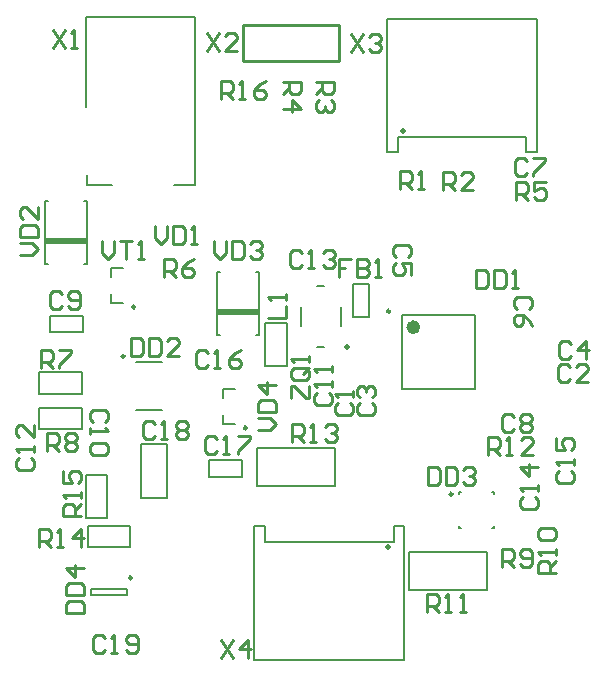
<source format=gto>
G04 Layer_Color=16777215*
%FSLAX43Y43*%
%MOMM*%
G71*
G01*
G75*
%ADD33C,0.600*%
%ADD35C,0.250*%
%ADD44C,0.500*%
%ADD45C,0.200*%
%ADD46C,0.254*%
%ADD47R,3.556X0.500*%
D33*
X34800Y28525D02*
G03*
X34800Y28525I-300J0D01*
G01*
D35*
X37825Y14400D02*
G03*
X37825Y14400I-125J0D01*
G01*
X32525Y29875D02*
G03*
X32525Y29875I-125J0D01*
G01*
X10675Y7300D02*
G03*
X10675Y7300I-125J0D01*
G01*
X20400Y20000D02*
G03*
X20400Y20000I-125J0D01*
G01*
X10050Y26050D02*
G03*
X10050Y26050I-125J0D01*
G01*
X10950Y30250D02*
G03*
X10950Y30250I-125J0D01*
G01*
D44*
X32375Y9875D02*
D03*
X28850Y26825D02*
D03*
X33625Y45150D02*
D03*
D45*
X38350Y11550D02*
X38525D01*
X38350D02*
Y11725D01*
X41175Y11550D02*
X41350D01*
Y11725D01*
Y14375D02*
Y14550D01*
X41175D02*
X41350D01*
X38350D02*
X38525D01*
X38350Y14375D02*
Y14550D01*
X34125Y9500D02*
X40725D01*
Y6300D02*
Y9500D01*
X34125Y6300D02*
X40725D01*
X34125D02*
Y9500D01*
X21300Y18300D02*
X27900D01*
Y15100D02*
Y18300D01*
X21300Y15100D02*
X27900D01*
X21300D02*
Y18300D01*
X33750Y375D02*
Y11675D01*
X21025Y375D02*
X33750D01*
X21025D02*
Y11675D01*
X32825D02*
X33750D01*
X32825Y10375D02*
Y11675D01*
X21925Y10375D02*
Y11675D01*
X21025D02*
X21925D01*
Y10375D02*
X32825D01*
X11450Y14075D02*
X13650D01*
X11450Y18675D02*
X13650D01*
X11450Y14075D02*
Y18675D01*
X13650Y14075D02*
Y18675D01*
X26350Y32025D02*
X26950D01*
X26350Y26825D02*
X26950D01*
X24950Y28625D02*
Y30225D01*
X28350Y28625D02*
Y30225D01*
X29375Y32200D02*
X30775D01*
X29375Y29400D02*
X30775D01*
Y32200D01*
X29375Y29400D02*
Y32200D01*
X33500Y23325D02*
Y29525D01*
X39700Y23325D02*
Y29525D01*
X33500D02*
X39700D01*
X33500Y23325D02*
X39700D01*
X14250Y40575D02*
X16050D01*
X6825Y47175D02*
Y54775D01*
X16050D01*
X6850Y40575D02*
X8950D01*
X6850D02*
Y41425D01*
X16050Y40575D02*
Y54775D01*
X32250Y43350D02*
Y54650D01*
X44975D01*
Y43350D02*
Y54650D01*
X32250Y43350D02*
X33175D01*
Y44650D01*
X44075Y43350D02*
Y44650D01*
Y43350D02*
X44975D01*
X33175Y44650D02*
X44075D01*
X7250Y5850D02*
X10250D01*
X7250Y6350D02*
X10250D01*
X7250Y5850D02*
Y6350D01*
X10250Y5850D02*
Y6350D01*
X6925Y11675D02*
X10525D01*
X6925Y9875D02*
X10525D01*
X6925D02*
Y11675D01*
X10525Y9875D02*
Y11675D01*
X8575Y12375D02*
Y15975D01*
X6775Y12375D02*
Y15975D01*
X8575D01*
X6775Y12375D02*
X8575D01*
X18375Y22500D02*
Y23300D01*
X19375D01*
X18375Y20300D02*
Y21100D01*
Y20300D02*
X19375D01*
X17225Y17250D02*
X20025D01*
X17225Y15850D02*
X20025D01*
X17225D02*
Y17250D01*
X20025Y15850D02*
Y17250D01*
X21975Y25250D02*
Y28850D01*
X23775Y25250D02*
Y28850D01*
X21975Y25250D02*
X23775D01*
X21975Y28850D02*
X23775D01*
X21149Y33217D02*
X21403D01*
Y27883D02*
Y33217D01*
X21149Y27883D02*
X21403D01*
X17847Y33217D02*
X18101D01*
X17847Y27883D02*
Y33217D01*
Y27883D02*
X18101D01*
X11025Y21550D02*
X13225D01*
X11025Y25550D02*
X13225D01*
X2825Y21700D02*
X6425D01*
X2825Y19900D02*
X6425D01*
X2825D02*
Y21700D01*
X6425Y19900D02*
Y21700D01*
X2825Y24700D02*
X6425D01*
X2825Y22900D02*
X6425D01*
X2825D02*
Y24700D01*
X6425Y22900D02*
Y24700D01*
X3725Y29500D02*
X6525D01*
X3725Y28100D02*
X6525D01*
X3725D02*
Y29500D01*
X6525Y28100D02*
Y29500D01*
X6649Y39217D02*
X6903D01*
Y33883D02*
Y39217D01*
X6649Y33883D02*
X6903D01*
X3347Y39217D02*
X3601D01*
X3347Y33883D02*
Y39217D01*
Y33883D02*
X3601D01*
X8925Y32750D02*
Y33550D01*
X9925D01*
X8925Y30550D02*
Y31350D01*
Y30550D02*
X9925D01*
D46*
X20061Y51101D02*
Y54149D01*
X28189Y51101D02*
Y54149D01*
X20061D02*
X28189D01*
X20061Y51101D02*
X28189D01*
X47791Y25120D02*
X47537Y25374D01*
X47029D01*
X46775Y25120D01*
Y24104D01*
X47029Y23850D01*
X47537D01*
X47791Y24104D01*
X49314Y23850D02*
X48299D01*
X49314Y24866D01*
Y25120D01*
X49060Y25374D01*
X48552D01*
X48299Y25120D01*
X47816Y27070D02*
X47562Y27324D01*
X47054D01*
X46800Y27070D01*
Y26054D01*
X47054Y25800D01*
X47562D01*
X47816Y26054D01*
X49085Y25800D02*
Y27324D01*
X48324Y26562D01*
X49339D01*
X46575Y7700D02*
X45051D01*
Y8462D01*
X45305Y8716D01*
X45813D01*
X46067Y8462D01*
Y7700D01*
Y8208D02*
X46575Y8716D01*
Y9224D02*
Y9731D01*
Y9477D01*
X45051D01*
X45305Y9224D01*
Y10493D02*
X45051Y10747D01*
Y11255D01*
X45305Y11509D01*
X46321D01*
X46575Y11255D01*
Y10747D01*
X46321Y10493D01*
X45305D01*
X46805Y16391D02*
X46551Y16137D01*
Y15629D01*
X46805Y15375D01*
X47821D01*
X48075Y15629D01*
Y16137D01*
X47821Y16391D01*
X48075Y16899D02*
Y17406D01*
Y17152D01*
X46551D01*
X46805Y16899D01*
X46551Y19184D02*
Y18168D01*
X47313D01*
X47059Y18676D01*
Y18930D01*
X47313Y19184D01*
X47821D01*
X48075Y18930D01*
Y18422D01*
X47821Y18168D01*
X43780Y14116D02*
X43526Y13862D01*
Y13354D01*
X43780Y13100D01*
X44796D01*
X45050Y13354D01*
Y13862D01*
X44796Y14116D01*
X45050Y14624D02*
Y15131D01*
Y14877D01*
X43526D01*
X43780Y14624D01*
X45050Y16655D02*
X43526D01*
X44288Y15893D01*
Y16909D01*
X42025Y8250D02*
Y9774D01*
X42787D01*
X43041Y9520D01*
Y9012D01*
X42787Y8758D01*
X42025D01*
X42533D02*
X43041Y8250D01*
X43549Y8504D02*
X43802Y8250D01*
X44310D01*
X44564Y8504D01*
Y9520D01*
X44310Y9774D01*
X43802D01*
X43549Y9520D01*
Y9266D01*
X43802Y9012D01*
X44564D01*
X40800Y17700D02*
Y19224D01*
X41562D01*
X41816Y18970D01*
Y18462D01*
X41562Y18208D01*
X40800D01*
X41308D02*
X41816Y17700D01*
X42324D02*
X42831D01*
X42577D01*
Y19224D01*
X42324Y18970D01*
X44609Y17700D02*
X43593D01*
X44609Y18716D01*
Y18970D01*
X44355Y19224D01*
X43847D01*
X43593Y18970D01*
X35700Y16649D02*
Y15125D01*
X36462D01*
X36716Y15379D01*
Y16395D01*
X36462Y16649D01*
X35700D01*
X37224D02*
Y15125D01*
X37985D01*
X38239Y15379D01*
Y16395D01*
X37985Y16649D01*
X37224D01*
X38747Y16395D02*
X39001Y16649D01*
X39509D01*
X39763Y16395D01*
Y16141D01*
X39509Y15887D01*
X39255D01*
X39509D01*
X39763Y15633D01*
Y15379D01*
X39509Y15125D01*
X39001D01*
X38747Y15379D01*
X35650Y4375D02*
Y5899D01*
X36412D01*
X36666Y5645D01*
Y5137D01*
X36412Y4883D01*
X35650D01*
X36158D02*
X36666Y4375D01*
X37174D02*
X37681D01*
X37427D01*
Y5899D01*
X37174Y5645D01*
X38443Y4375D02*
X38951D01*
X38697D01*
Y5899D01*
X38443Y5645D01*
X24250Y18775D02*
Y20299D01*
X25012D01*
X25266Y20045D01*
Y19537D01*
X25012Y19283D01*
X24250D01*
X24758D02*
X25266Y18775D01*
X25774D02*
X26281D01*
X26027D01*
Y20299D01*
X25774Y20045D01*
X27043D02*
X27297Y20299D01*
X27805D01*
X28059Y20045D01*
Y19791D01*
X27805Y19537D01*
X27551D01*
X27805D01*
X28059Y19283D01*
Y19029D01*
X27805Y18775D01*
X27297D01*
X27043Y19029D01*
X18175Y2074D02*
X19191Y550D01*
Y2074D02*
X18175Y550D01*
X20460D02*
Y2074D01*
X19699Y1312D01*
X20714D01*
X12641Y20370D02*
X12387Y20624D01*
X11879D01*
X11625Y20370D01*
Y19354D01*
X11879Y19100D01*
X12387D01*
X12641Y19354D01*
X13149Y19100D02*
X13656D01*
X13402D01*
Y20624D01*
X13149Y20370D01*
X14418D02*
X14672Y20624D01*
X15180D01*
X15434Y20370D01*
Y20116D01*
X15180Y19862D01*
X15434Y19608D01*
Y19354D01*
X15180Y19100D01*
X14672D01*
X14418Y19354D01*
Y19608D01*
X14672Y19862D01*
X14418Y20116D01*
Y20370D01*
X14672Y19862D02*
X15180D01*
X25091Y34795D02*
X24837Y35049D01*
X24329D01*
X24075Y34795D01*
Y33779D01*
X24329Y33525D01*
X24837D01*
X25091Y33779D01*
X25599Y33525D02*
X26106D01*
X25852D01*
Y35049D01*
X25599Y34795D01*
X26868D02*
X27122Y35049D01*
X27630D01*
X27884Y34795D01*
Y34541D01*
X27630Y34287D01*
X27376D01*
X27630D01*
X27884Y34033D01*
Y33779D01*
X27630Y33525D01*
X27122D01*
X26868Y33779D01*
X26305Y22991D02*
X26051Y22737D01*
Y22229D01*
X26305Y21975D01*
X27321D01*
X27575Y22229D01*
Y22737D01*
X27321Y22991D01*
X27575Y23499D02*
Y24006D01*
Y23752D01*
X26051D01*
X26305Y23499D01*
X27575Y24768D02*
Y25276D01*
Y25022D01*
X26051D01*
X26305Y24768D01*
X24151Y22525D02*
Y23541D01*
X24405D01*
X25421Y22525D01*
X25675D01*
Y23541D01*
X25421Y25064D02*
X24405D01*
X24151Y24810D01*
Y24302D01*
X24405Y24049D01*
X25421D01*
X25675Y24302D01*
Y24810D01*
X25167Y24556D02*
X25675Y25064D01*
Y24810D02*
X25421Y25064D01*
X25675Y25572D02*
Y26080D01*
Y25826D01*
X24151D01*
X24405Y25572D01*
X29980Y22066D02*
X29726Y21812D01*
Y21304D01*
X29980Y21050D01*
X30996D01*
X31250Y21304D01*
Y21812D01*
X30996Y22066D01*
X29980Y22574D02*
X29726Y22827D01*
Y23335D01*
X29980Y23589D01*
X30234D01*
X30488Y23335D01*
Y23081D01*
Y23335D01*
X30742Y23589D01*
X30996D01*
X31250Y23335D01*
Y22827D01*
X30996Y22574D01*
X28105Y22141D02*
X27851Y21887D01*
Y21379D01*
X28105Y21125D01*
X29121D01*
X29375Y21379D01*
Y21887D01*
X29121Y22141D01*
X29375Y22649D02*
Y23156D01*
Y22902D01*
X27851D01*
X28105Y22649D01*
X29241Y34274D02*
X28225D01*
Y33512D01*
X28733D01*
X28225D01*
Y32750D01*
X29749Y34274D02*
Y32750D01*
X30510D01*
X30764Y33004D01*
Y33258D01*
X30510Y33512D01*
X29749D01*
X30510D01*
X30764Y33766D01*
Y34020D01*
X30510Y34274D01*
X29749D01*
X31272Y32750D02*
X31780D01*
X31526D01*
Y34274D01*
X31272Y34020D01*
X34020Y34459D02*
X34274Y34713D01*
Y35221D01*
X34020Y35475D01*
X33004D01*
X32750Y35221D01*
Y34713D01*
X33004Y34459D01*
X34274Y32936D02*
Y33951D01*
X33512D01*
X33766Y33444D01*
Y33190D01*
X33512Y32936D01*
X33004D01*
X32750Y33190D01*
Y33698D01*
X33004Y33951D01*
X39775Y33374D02*
Y31850D01*
X40537D01*
X40791Y32104D01*
Y33120D01*
X40537Y33374D01*
X39775D01*
X41299D02*
Y31850D01*
X42060D01*
X42314Y32104D01*
Y33120D01*
X42060Y33374D01*
X41299D01*
X42822Y31850D02*
X43330D01*
X43076D01*
Y33374D01*
X42822Y33120D01*
X44295Y30109D02*
X44549Y30363D01*
Y30871D01*
X44295Y31125D01*
X43279D01*
X43025Y30871D01*
Y30363D01*
X43279Y30109D01*
X44549Y28586D02*
X44295Y29094D01*
X43787Y29601D01*
X43279D01*
X43025Y29348D01*
Y28840D01*
X43279Y28586D01*
X43533D01*
X43787Y28840D01*
Y29601D01*
X43041Y20945D02*
X42787Y21199D01*
X42279D01*
X42025Y20945D01*
Y19929D01*
X42279Y19675D01*
X42787D01*
X43041Y19929D01*
X43549Y20945D02*
X43802Y21199D01*
X44310D01*
X44564Y20945D01*
Y20691D01*
X44310Y20437D01*
X44564Y20183D01*
Y19929D01*
X44310Y19675D01*
X43802D01*
X43549Y19929D01*
Y20183D01*
X43802Y20437D01*
X43549Y20691D01*
Y20945D01*
X43802Y20437D02*
X44310D01*
X43175Y39300D02*
Y40824D01*
X43937D01*
X44191Y40570D01*
Y40062D01*
X43937Y39808D01*
X43175D01*
X43683D02*
X44191Y39300D01*
X45714Y40824D02*
X44699D01*
Y40062D01*
X45206Y40316D01*
X45460D01*
X45714Y40062D01*
Y39554D01*
X45460Y39300D01*
X44952D01*
X44699Y39554D01*
X44141Y42620D02*
X43887Y42874D01*
X43379D01*
X43125Y42620D01*
Y41604D01*
X43379Y41350D01*
X43887D01*
X44141Y41604D01*
X44649Y42874D02*
X45664D01*
Y42620D01*
X44649Y41604D01*
Y41350D01*
X33375Y40200D02*
Y41724D01*
X34137D01*
X34391Y41470D01*
Y40962D01*
X34137Y40708D01*
X33375D01*
X33883D02*
X34391Y40200D01*
X34899D02*
X35406D01*
X35152D01*
Y41724D01*
X34899Y41470D01*
X37050Y40150D02*
Y41674D01*
X37812D01*
X38066Y41420D01*
Y40912D01*
X37812Y40658D01*
X37050D01*
X37558D02*
X38066Y40150D01*
X39589D02*
X38574D01*
X39589Y41166D01*
Y41420D01*
X39335Y41674D01*
X38827D01*
X38574Y41420D01*
X18200Y47825D02*
Y49349D01*
X18962D01*
X19216Y49095D01*
Y48587D01*
X18962Y48333D01*
X18200D01*
X18708D02*
X19216Y47825D01*
X19724D02*
X20231D01*
X19977D01*
Y49349D01*
X19724Y49095D01*
X22009Y49349D02*
X21501Y49095D01*
X20993Y48587D01*
Y48079D01*
X21247Y47825D01*
X21755D01*
X22009Y48079D01*
Y48333D01*
X21755Y48587D01*
X20993D01*
X23450Y49300D02*
X24974D01*
Y48538D01*
X24720Y48284D01*
X24212D01*
X23958Y48538D01*
Y49300D01*
Y48792D02*
X23450Y48284D01*
Y47015D02*
X24974D01*
X24212Y47777D01*
Y46761D01*
X26225Y49325D02*
X27749D01*
Y48563D01*
X27495Y48309D01*
X26987D01*
X26733Y48563D01*
Y49325D01*
Y48817D02*
X26225Y48309D01*
X27495Y47801D02*
X27749Y47548D01*
Y47040D01*
X27495Y46786D01*
X27241D01*
X26987Y47040D01*
Y47294D01*
Y47040D01*
X26733Y46786D01*
X26479D01*
X26225Y47040D01*
Y47548D01*
X26479Y47801D01*
X17025Y53399D02*
X18041Y51875D01*
Y53399D02*
X17025Y51875D01*
X19564D02*
X18549D01*
X19564Y52891D01*
Y53145D01*
X19310Y53399D01*
X18802D01*
X18549Y53145D01*
X4000Y53649D02*
X5016Y52125D01*
Y53649D02*
X4000Y52125D01*
X5524D02*
X6031D01*
X5777D01*
Y53649D01*
X5524Y53395D01*
X29250Y53374D02*
X30266Y51850D01*
Y53374D02*
X29250Y51850D01*
X30774Y53120D02*
X31027Y53374D01*
X31535D01*
X31789Y53120D01*
Y52866D01*
X31535Y52612D01*
X31281D01*
X31535D01*
X31789Y52358D01*
Y52104D01*
X31535Y51850D01*
X31027D01*
X30774Y52104D01*
X8391Y2195D02*
X8137Y2449D01*
X7629D01*
X7375Y2195D01*
Y1179D01*
X7629Y925D01*
X8137D01*
X8391Y1179D01*
X8899Y925D02*
X9406D01*
X9152D01*
Y2449D01*
X8899Y2195D01*
X10168Y1179D02*
X10422Y925D01*
X10930D01*
X11184Y1179D01*
Y2195D01*
X10930Y2449D01*
X10422D01*
X10168Y2195D01*
Y1941D01*
X10422Y1687D01*
X11184D01*
X5126Y4325D02*
X6650D01*
Y5087D01*
X6396Y5341D01*
X5380D01*
X5126Y5087D01*
Y4325D01*
Y5849D02*
X6650D01*
Y6610D01*
X6396Y6864D01*
X5380D01*
X5126Y6610D01*
Y5849D01*
X6650Y8134D02*
X5126D01*
X5888Y7372D01*
Y8388D01*
X2775Y9925D02*
Y11449D01*
X3537D01*
X3791Y11195D01*
Y10687D01*
X3537Y10433D01*
X2775D01*
X3283D02*
X3791Y9925D01*
X4299D02*
X4806D01*
X4552D01*
Y11449D01*
X4299Y11195D01*
X6330Y9925D02*
Y11449D01*
X5568Y10687D01*
X6584D01*
X6400Y12575D02*
X4876D01*
Y13337D01*
X5130Y13591D01*
X5638D01*
X5892Y13337D01*
Y12575D01*
Y13083D02*
X6400Y13591D01*
Y14099D02*
Y14606D01*
Y14352D01*
X4876D01*
X5130Y14099D01*
X4876Y16384D02*
Y15368D01*
X5638D01*
X5384Y15876D01*
Y16130D01*
X5638Y16384D01*
X6146D01*
X6400Y16130D01*
Y15622D01*
X6146Y15368D01*
X21326Y19850D02*
X22342D01*
X22850Y20358D01*
X22342Y20866D01*
X21326D01*
Y21374D02*
X22850D01*
Y22135D01*
X22596Y22389D01*
X21580D01*
X21326Y22135D01*
Y21374D01*
X22850Y23659D02*
X21326D01*
X22088Y22897D01*
Y23913D01*
X17891Y19070D02*
X17637Y19323D01*
X17129D01*
X16875Y19070D01*
Y18054D01*
X17129Y17800D01*
X17637D01*
X17891Y18054D01*
X18399Y17800D02*
X18906D01*
X18652D01*
Y19323D01*
X18399Y19070D01*
X19668Y19323D02*
X20684D01*
Y19070D01*
X19668Y18054D01*
Y17800D01*
X17141Y26320D02*
X16887Y26573D01*
X16379D01*
X16125Y26320D01*
Y25304D01*
X16379Y25050D01*
X16887D01*
X17141Y25304D01*
X17649Y25050D02*
X18156D01*
X17902D01*
Y26573D01*
X17649Y26320D01*
X19934Y26573D02*
X19426Y26320D01*
X18918Y25812D01*
Y25304D01*
X19172Y25050D01*
X19680D01*
X19934Y25304D01*
Y25558D01*
X19680Y25812D01*
X18918D01*
X22176Y29275D02*
X23700D01*
Y30291D01*
Y30799D02*
Y31306D01*
Y31052D01*
X22176D01*
X22430Y30799D01*
X17625Y35824D02*
Y34808D01*
X18133Y34300D01*
X18641Y34808D01*
Y35824D01*
X19149D02*
Y34300D01*
X19910D01*
X20164Y34554D01*
Y35570D01*
X19910Y35824D01*
X19149D01*
X20672Y35570D02*
X20926Y35824D01*
X21434D01*
X21688Y35570D01*
Y35316D01*
X21434Y35062D01*
X21180D01*
X21434D01*
X21688Y34808D01*
Y34554D01*
X21434Y34300D01*
X20926D01*
X20672Y34554D01*
X10625Y27573D02*
Y26050D01*
X11387D01*
X11641Y26304D01*
Y27320D01*
X11387Y27573D01*
X10625D01*
X12149D02*
Y26050D01*
X12910D01*
X13164Y26304D01*
Y27320D01*
X12910Y27573D01*
X12149D01*
X14688Y26050D02*
X13672D01*
X14688Y27066D01*
Y27320D01*
X14434Y27573D01*
X13926D01*
X13672Y27320D01*
X1105Y17416D02*
X851Y17162D01*
Y16654D01*
X1105Y16400D01*
X2121D01*
X2375Y16654D01*
Y17162D01*
X2121Y17416D01*
X2375Y17924D02*
Y18431D01*
Y18177D01*
X851D01*
X1105Y17924D01*
X2375Y20209D02*
Y19193D01*
X1359Y20209D01*
X1105D01*
X851Y19955D01*
Y19447D01*
X1105Y19193D01*
X3450Y18050D02*
Y19573D01*
X4212D01*
X4466Y19320D01*
Y18812D01*
X4212Y18558D01*
X3450D01*
X3958D02*
X4466Y18050D01*
X4974Y19320D02*
X5227Y19573D01*
X5735D01*
X5989Y19320D01*
Y19066D01*
X5735Y18812D01*
X5989Y18558D01*
Y18304D01*
X5735Y18050D01*
X5227D01*
X4974Y18304D01*
Y18558D01*
X5227Y18812D01*
X4974Y19066D01*
Y19320D01*
X5227Y18812D02*
X5735D01*
X8395Y20534D02*
X8649Y20788D01*
Y21296D01*
X8395Y21550D01*
X7379D01*
X7125Y21296D01*
Y20788D01*
X7379Y20534D01*
X7125Y20026D02*
Y19519D01*
Y19773D01*
X8649D01*
X8395Y20026D01*
Y18757D02*
X8649Y18503D01*
Y17995D01*
X8395Y17741D01*
X7379D01*
X7125Y17995D01*
Y18503D01*
X7379Y18757D01*
X8395D01*
X2950Y25100D02*
Y26624D01*
X3712D01*
X3966Y26370D01*
Y25862D01*
X3712Y25608D01*
X2950D01*
X3458D02*
X3966Y25100D01*
X4474Y26624D02*
X5489D01*
Y26370D01*
X4474Y25354D01*
Y25100D01*
X4716Y31295D02*
X4462Y31549D01*
X3954D01*
X3700Y31295D01*
Y30279D01*
X3954Y30025D01*
X4462D01*
X4716Y30279D01*
X5224D02*
X5477Y30025D01*
X5985D01*
X6239Y30279D01*
Y31295D01*
X5985Y31549D01*
X5477D01*
X5224Y31295D01*
Y31041D01*
X5477Y30787D01*
X6239D01*
X1176Y34600D02*
X2192D01*
X2700Y35108D01*
X2192Y35616D01*
X1176D01*
Y36124D02*
X2700D01*
Y36885D01*
X2446Y37139D01*
X1430D01*
X1176Y36885D01*
Y36124D01*
X2700Y38663D02*
Y37647D01*
X1684Y38663D01*
X1430D01*
X1176Y38409D01*
Y37901D01*
X1430Y37647D01*
X13375Y32800D02*
Y34324D01*
X14137D01*
X14391Y34070D01*
Y33562D01*
X14137Y33308D01*
X13375D01*
X13883D02*
X14391Y32800D01*
X15914Y34324D02*
X15406Y34070D01*
X14899Y33562D01*
Y33054D01*
X15152Y32800D01*
X15660D01*
X15914Y33054D01*
Y33308D01*
X15660Y33562D01*
X14899D01*
X8125Y35824D02*
Y34808D01*
X8633Y34300D01*
X9141Y34808D01*
Y35824D01*
X9649D02*
X10664D01*
X10156D01*
Y34300D01*
X11172D02*
X11680D01*
X11426D01*
Y35824D01*
X11172Y35570D01*
X12625Y37074D02*
Y36058D01*
X13133Y35550D01*
X13641Y36058D01*
Y37074D01*
X14149D02*
Y35550D01*
X14910D01*
X15164Y35804D01*
Y36820D01*
X14910Y37074D01*
X14149D01*
X15672Y35550D02*
X16180D01*
X15926D01*
Y37074D01*
X15672Y36820D01*
D47*
X19625Y29800D02*
D03*
X5125Y35800D02*
D03*
M02*

</source>
